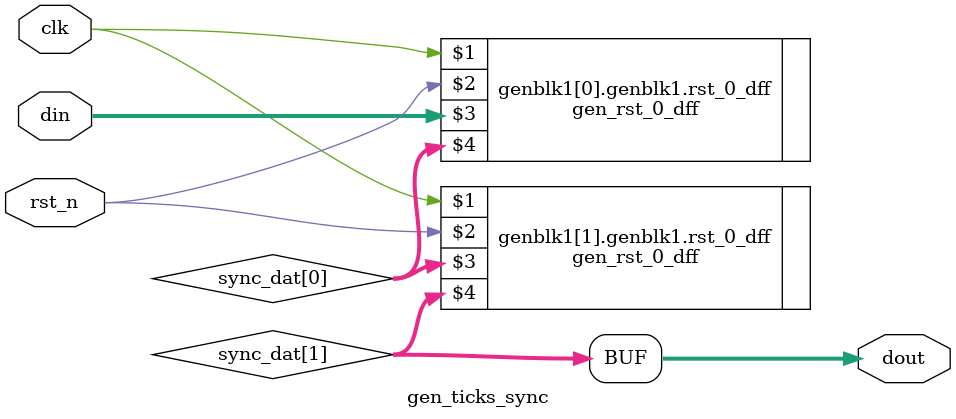
<source format=v>
 /*                                                                      
 Copyright 2020 Blue Liang, liangkangnan@163.com
                                                                         
 Licensed under the Apache License, Version 2.0 (the "License");         
 you may not use this file except in compliance with the License.        
 You may obtain a copy of the License at                                 
                                                                         
     http://www.apache.org/licenses/LICENSE-2.0                          
                                                                         
 Unless required by applicable law or agreed to in writing, software    
 distributed under the License is distributed on an "AS IS" BASIS,       
 WITHOUT WARRANTIES OR CONDITIONS OF ANY KIND, either express or implied.
 See the License for the specific language governing permissions and     
 limitations under the License.                                          
 */

// 将输入打DP拍后输出
module gen_ticks_sync #(
    parameter DP = 2,
    parameter DW = 32)(

    input wire rst_n,
    input wire clk,

    input wire[DW-1:0] din,
    output wire[DW-1:0] dout

    );

    wire[DW-1:0] sync_dat[DP-1:0];

    genvar i;

    generate 
        for (i = 0; i < DP; i = i + 1) begin
            if (i == 0) begin
                gen_rst_0_dff #(DW) rst_0_dff(clk, rst_n, din, sync_dat[0]);
            end else begin
                gen_rst_0_dff #(DW) rst_0_dff(clk, rst_n, sync_dat[i-1], sync_dat[i]);
            end
        end
    endgenerate

    assign dout = sync_dat[DP-1];
  
endmodule

</source>
